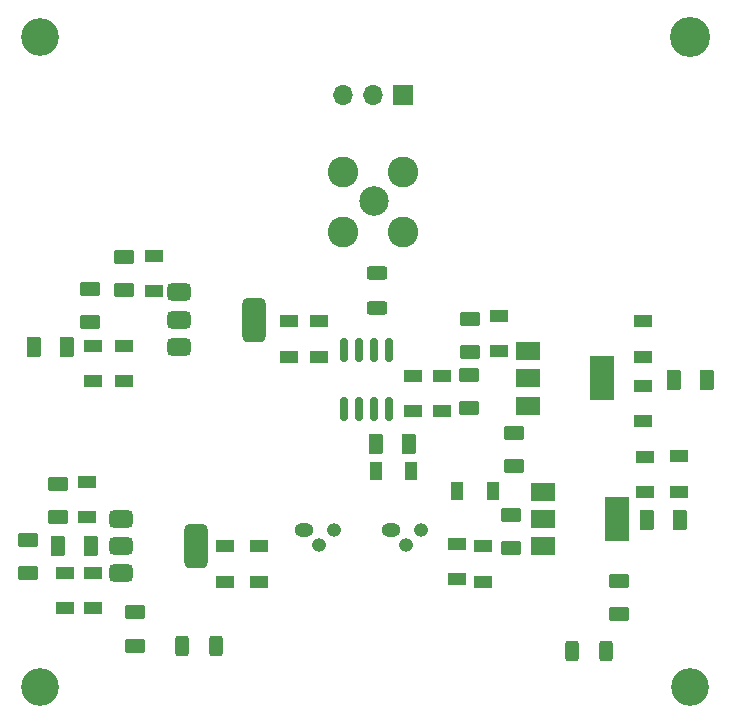
<source format=gts>
G04 #@! TF.GenerationSoftware,KiCad,Pcbnew,8.0.2*
G04 #@! TF.CreationDate,2024-06-23T21:23:39-04:00*
G04 #@! TF.ProjectId,Homodyne,486f6d6f-6479-46e6-952e-6b696361645f,rev?*
G04 #@! TF.SameCoordinates,Original*
G04 #@! TF.FileFunction,Soldermask,Top*
G04 #@! TF.FilePolarity,Negative*
%FSLAX46Y46*%
G04 Gerber Fmt 4.6, Leading zero omitted, Abs format (unit mm)*
G04 Created by KiCad (PCBNEW 8.0.2) date 2024-06-23 21:23:39*
%MOMM*%
%LPD*%
G01*
G04 APERTURE LIST*
G04 Aperture macros list*
%AMRoundRect*
0 Rectangle with rounded corners*
0 $1 Rounding radius*
0 $2 $3 $4 $5 $6 $7 $8 $9 X,Y pos of 4 corners*
0 Add a 4 corners polygon primitive as box body*
4,1,4,$2,$3,$4,$5,$6,$7,$8,$9,$2,$3,0*
0 Add four circle primitives for the rounded corners*
1,1,$1+$1,$2,$3*
1,1,$1+$1,$4,$5*
1,1,$1+$1,$6,$7*
1,1,$1+$1,$8,$9*
0 Add four rect primitives between the rounded corners*
20,1,$1+$1,$2,$3,$4,$5,0*
20,1,$1+$1,$4,$5,$6,$7,0*
20,1,$1+$1,$6,$7,$8,$9,0*
20,1,$1+$1,$8,$9,$2,$3,0*%
G04 Aperture macros list end*
%ADD10RoundRect,0.375000X-0.625000X-0.375000X0.625000X-0.375000X0.625000X0.375000X-0.625000X0.375000X0*%
%ADD11RoundRect,0.500000X-0.500000X-1.400000X0.500000X-1.400000X0.500000X1.400000X-0.500000X1.400000X0*%
%ADD12RoundRect,0.250000X0.375000X0.625000X-0.375000X0.625000X-0.375000X-0.625000X0.375000X-0.625000X0*%
%ADD13C,2.600000*%
%ADD14C,2.500000*%
%ADD15RoundRect,0.250000X-0.375000X-0.625000X0.375000X-0.625000X0.375000X0.625000X-0.375000X0.625000X0*%
%ADD16R,2.000000X1.500000*%
%ADD17R,2.000000X3.800000*%
%ADD18R,1.700000X1.700000*%
%ADD19O,1.700000X1.700000*%
%ADD20RoundRect,0.250000X-0.625000X0.375000X-0.625000X-0.375000X0.625000X-0.375000X0.625000X0.375000X0*%
%ADD21RoundRect,0.250000X0.625000X-0.375000X0.625000X0.375000X-0.625000X0.375000X-0.625000X-0.375000X0*%
%ADD22RoundRect,0.150000X0.150000X-0.825000X0.150000X0.825000X-0.150000X0.825000X-0.150000X-0.825000X0*%
%ADD23C,3.400000*%
%ADD24C,3.200000*%
%ADD25O,1.600000X1.200000*%
%ADD26O,1.200000X1.200000*%
%ADD27R,1.600000X1.000000*%
%ADD28R,1.000000X1.600000*%
%ADD29RoundRect,0.250000X-0.312500X-0.625000X0.312500X-0.625000X0.312500X0.625000X-0.312500X0.625000X0*%
%ADD30RoundRect,0.250000X0.312500X0.625000X-0.312500X0.625000X-0.312500X-0.625000X0.312500X-0.625000X0*%
%ADD31RoundRect,0.250000X0.625000X-0.312500X0.625000X0.312500X-0.625000X0.312500X-0.625000X-0.312500X0*%
G04 APERTURE END LIST*
D10*
X136790000Y-96600000D03*
X136790000Y-98900000D03*
X136790000Y-101200000D03*
D11*
X143090000Y-98900000D03*
D12*
X181490000Y-104020000D03*
X178690000Y-104020000D03*
D13*
X150620000Y-86420000D03*
X150620000Y-91500000D03*
X155700000Y-86420000D03*
X155700000Y-91500000D03*
D14*
X153260000Y-88885000D03*
D15*
X124450000Y-101190000D03*
X127250000Y-101190000D03*
D16*
X166310000Y-101590000D03*
X166310000Y-103890000D03*
D17*
X172610000Y-103890000D03*
D16*
X166310000Y-106190000D03*
D18*
X155700000Y-79850000D03*
D19*
X153160000Y-79850000D03*
X150620000Y-79850000D03*
D20*
X161350000Y-103590000D03*
X161350000Y-106390000D03*
D21*
X129200000Y-99100000D03*
X129200000Y-96300000D03*
X161380000Y-101640000D03*
X161380000Y-98840000D03*
D22*
X150735000Y-106455000D03*
X152005000Y-106455000D03*
X153275000Y-106455000D03*
X154545000Y-106455000D03*
X154545000Y-101505000D03*
X153275000Y-101505000D03*
X152005000Y-101505000D03*
X150735000Y-101505000D03*
D23*
X180000000Y-75000000D03*
D24*
X125000000Y-130000000D03*
X125000000Y-75000000D03*
D12*
X156260000Y-109450000D03*
X153460000Y-109450000D03*
D21*
X165100000Y-111300000D03*
X165100000Y-108500000D03*
D12*
X179180000Y-115840000D03*
X176380000Y-115840000D03*
D21*
X164840000Y-118230000D03*
X164840000Y-115430000D03*
D10*
X131860000Y-115780000D03*
X131860000Y-118080000D03*
X131860000Y-120380000D03*
D11*
X138160000Y-118080000D03*
D12*
X129286000Y-118059200D03*
X126486000Y-118059200D03*
D16*
X167540000Y-113460000D03*
X167540000Y-115760000D03*
D17*
X173840000Y-115760000D03*
D16*
X167540000Y-118060000D03*
D21*
X126542800Y-115598400D03*
X126542800Y-112798400D03*
D20*
X123952000Y-117573600D03*
X123952000Y-120373600D03*
D25*
X147320000Y-116700000D03*
D26*
X148590000Y-117970000D03*
X149860000Y-116700000D03*
D27*
X176240000Y-110532500D03*
X176240000Y-113532500D03*
X179070000Y-110490000D03*
X179070000Y-113490000D03*
X127101600Y-120343800D03*
X127101600Y-123343800D03*
D28*
X156440000Y-111760000D03*
X153440000Y-111760000D03*
D27*
X160300000Y-117900000D03*
X160300000Y-120900000D03*
X143510000Y-118110000D03*
X143510000Y-121110000D03*
X129500000Y-101140000D03*
X129500000Y-104140000D03*
X176000000Y-99060000D03*
X176000000Y-102060000D03*
D28*
X163300000Y-113400000D03*
X160300000Y-113400000D03*
D27*
X156540000Y-103680000D03*
X156540000Y-106680000D03*
X162500000Y-118100000D03*
X162500000Y-121100000D03*
X140680000Y-118110000D03*
X140680000Y-121110000D03*
X163830000Y-101600000D03*
X163830000Y-98600000D03*
X146050000Y-99060000D03*
X146050000Y-102060000D03*
X148590000Y-99060000D03*
X148590000Y-102060000D03*
X159020000Y-106680000D03*
X159020000Y-103680000D03*
X134620000Y-96520000D03*
X134620000Y-93520000D03*
X129006600Y-115622200D03*
X129006600Y-112622200D03*
X132080000Y-101140000D03*
X132080000Y-104140000D03*
D21*
X132080000Y-96400000D03*
X132080000Y-93600000D03*
D27*
X176000000Y-107500000D03*
X176000000Y-104500000D03*
D25*
X154700000Y-116700000D03*
D26*
X155970000Y-117970000D03*
X157240000Y-116700000D03*
D24*
X180000000Y-130000000D03*
D27*
X129463800Y-120343800D03*
X129463800Y-123343800D03*
D21*
X133000000Y-126500000D03*
X133000000Y-123700000D03*
D20*
X174000000Y-121000000D03*
X174000000Y-123800000D03*
D29*
X137000000Y-126500000D03*
X139925000Y-126500000D03*
D30*
X172925000Y-127000000D03*
X170000000Y-127000000D03*
D31*
X153500000Y-97925000D03*
X153500000Y-95000000D03*
M02*

</source>
